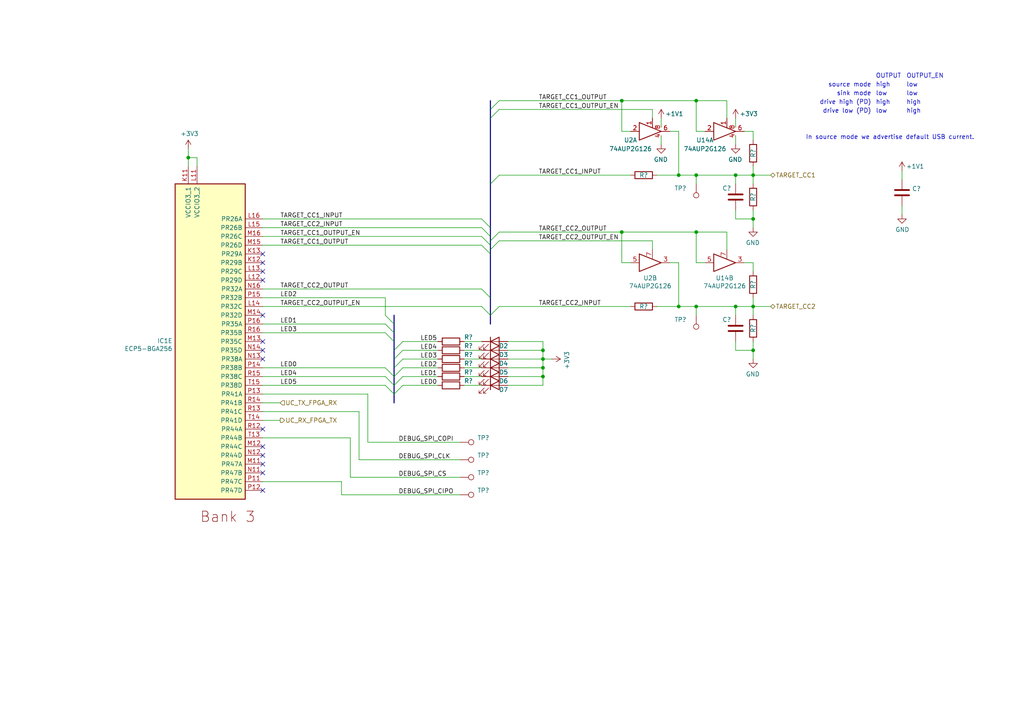
<source format=kicad_sch>
(kicad_sch (version 20211123) (generator eeschema)
  (paper "A4")
  (title_block (title "LUNA: Right Side I/O") (date "2021-03-10") (rev "r0") (company "Copyright 2019-2021 Great Scott Gadgets") (comment 1 "Katherine J. Temkin") (comment 3 "Licensed under the CERN-OHL-P v2"))
  (lib_symbols
    (symbol "Connector:TestPoint" (pin_numbers hide) (pin_names (offset 0.762) hide)
      (property "Reference" "TP" (at 0 6.858 0))
      (property "Value" "TestPoint" (at 0 5.08 0))
      (symbol "TestPoint_0_1"
        (circle (center 0 3.302) (radius 0.762))
      )
      (symbol "TestPoint_1_1"
        (pin passive line (at 0 0 90) (length 2.54) (name "1") (number "1"))
      )
    )
    (symbol "Device:C" (pin_numbers hide) (pin_names (offset 0.254))
      (property "Reference" "C" (at 0.635 2.54 0))
      (property "Value" "C" (at 0.635 -2.54 0))
      (symbol "C_0_1"
        (polyline (pts (xy -2.032 -0.762) (xy 2.032 -0.762)) (stroke (width 0.508)))
        (polyline (pts (xy -2.032 0.762) (xy 2.032 0.762)) (stroke (width 0.508)))
      )
      (symbol "C_1_1"
        (pin passive line (at 0 3.81 270) (length 2.794) (name "~") (number "1"))
        (pin passive line (at 0 -3.81 90) (length 2.794) (name "~") (number "2"))
      )
    )
    (symbol "Device:LED" (pin_numbers hide) (pin_names (offset 1.016) hide)
      (property "Reference" "D" (at 0 2.54 0))
      (property "Value" "LED" (at 0 -2.54 0))
      (symbol "LED_0_1"
        (polyline (pts (xy -1.27 -1.27) (xy -1.27 1.27)) (stroke (width 0.254)))
        (polyline (pts (xy -1.27 0) (xy 1.27 0)))
        (polyline (pts (xy 1.27 -1.27) (xy 1.27 1.27) (xy -1.27 0) (xy 1.27 -1.27)) (stroke (width 0.254)))
        (polyline (pts (xy -3.048 -0.762) (xy -4.572 -2.286) (xy -3.81 -2.286) (xy -4.572 -2.286) (xy -4.572 -1.524)))
        (polyline (pts (xy -1.778 -0.762) (xy -3.302 -2.286) (xy -2.54 -2.286) (xy -3.302 -2.286) (xy -3.302 -1.524)))
      )
      (symbol "LED_1_1"
        (pin passive line (at -3.81 0 0) (length 2.54) (name "K") (number "1"))
        (pin passive line (at 3.81 0 180) (length 2.54) (name "A") (number "2"))
      )
    )
    (symbol "Device:R" (pin_numbers hide) (pin_names (offset 0))
      (property "Reference" "R" (at 2.032 0 90))
      (property "Value" "R" (at 0 0 90))
      (symbol "R_0_1"
        (rectangle (start -1.016 -2.54) (end 1.016 2.54) (stroke (width 0.254)))
      )
      (symbol "R_1_1"
        (pin passive line (at 0 3.81 270) (length 1.27) (name "~") (number "1"))
        (pin passive line (at 0 -3.81 90) (length 1.27) (name "~") (number "2"))
      )
    )
    (symbol "fpgas_and_processors:ECP5-BGA256" (pin_names (offset 0.762))
      (property "Reference" "IC" (at -2.54 1.27 0))
      (property "Value" "ECP5-BGA256" (at 10.16 1.27 0))
      (symbol "ECP5-BGA256_1_0"
        (rectangle (start 5.08 0) (end 33.02 -71.12) (stroke (width 0.3048)) (fill (type background)))
      )
      (symbol "ECP5-BGA256_1_1"
        (text "FPGA Supplies" (at 19.05 -76.2 0) (effects (font (size 2.9972 2.9972))))
        (pin power_in line (at 38.1 -2.54 180) (length 5.08) (name "GND_1") (number "A1"))
        (pin power_in line (at 38.1 -5.08 180) (length 5.08) (name "GND_2") (number "A16"))
        (pin power_in line (at 38.1 -10.16 180) (length 5.08) (name "GND_4") (number "D15"))
        (pin power_in line (at 38.1 -7.62 180) (length 5.08) (name "GND_3") (number "D2"))
        (pin power_in line (at 38.1 -12.7 180) (length 5.08) (name "GND_5") (number "F8"))
        (pin power_in line (at 38.1 -15.24 180) (length 5.08) (name "GND_6") (number "F9"))
        (pin power_in line (at 38.1 -20.32 180) (length 5.08) (name "GND_8") (number "G10"))
        (pin power_in line (at 0 -66.04 0) (length 5.08) (name "VCCAUX_1") (number "G11"))
        (pin power_in line (at 0 -2.54 0) (length 5.08) (name "VCC_1") (number "G6"))
        (pin power_in line (at 0 -5.08 0) (length 5.08) (name "VCC_2") (number "G7"))
        (pin power_in line (at 38.1 -17.78 180) (length 5.08) (name "GND_7") (number "G8"))
        (pin power_in line (at 0 -7.62 0) (length 5.08) (name "VCC_3") (number "G9"))
        (pin power_in line (at 38.1 -22.86 180) (length 5.08) (name "GND_9") (number "H1"))
        (pin power_in line (at 38.1 -30.48 180) (length 5.08) (name "GND_12") (number "H10"))
        (pin power_in line (at 38.1 -33.02 180) (length 5.08) (name "GND_13") (number "H16"))
        (pin power_in line (at 38.1 -25.4 180) (length 5.08) (name "GND_10") (number "H8"))
        (pin power_in line (at 38.1 -27.94 180) (length 5.08) (name "GND_11") (number "H9"))
        (pin power_in line (at 38.1 -40.64 180) (length 5.08) (name "GND_16") (number "J10"))
        (pin power_in line (at 38.1 -35.56 180) (length 5.08) (name "GND_14") (number "J8"))
        (pin power_in line (at 38.1 -38.1 180) (length 5.08) (name "GND_15") (number "J9"))
        (pin power_in line (at 38.1 -53.34 180) (length 5.08) (name "GND_21") (number "K10"))
        (pin power_in line (at 38.1 -43.18 180) (length 5.08) (name "GND_17") (number "K6"))
        (pin power_in line (at 38.1 -45.72 180) (length 5.08) (name "GND_18") (number "K7"))
        (pin power_in line (at 38.1 -48.26 180) (length 5.08) (name "GND_19") (number "K8"))
        (pin power_in line (at 38.1 -50.8 180) (length 5.08) (name "GND_20") (number "K9"))
        (pin power_in line (at 0 -15.24 0) (length 5.08) (name "VCC_6") (number "L10"))
        (pin power_in line (at 0 -68.58 0) (length 5.08) (name "VCCAUX_2") (number "L7"))
        (pin power_in line (at 0 -10.16 0) (length 5.08) (name "VCC_4") (number "L8"))
        (pin power_in line (at 0 -12.7 0) (length 5.08) (name "VCC_5") (number "L9"))
        (pin power_in line (at 38.1 -58.42 180) (length 5.08) (name "GND_23") (number "N15"))
        (pin power_in line (at 38.1 -55.88 180) (length 5.08) (name "GND_22") (number "N2"))
        (pin power_in line (at 38.1 -60.96 180) (length 5.08) (name "GND_24") (number "T1"))
        (pin power_in line (at 38.1 -66.04 180) (length 5.08) (name "GND_26") (number "T12"))
        (pin power_in line (at 38.1 -68.58 180) (length 5.08) (name "GND_27") (number "T16"))
        (pin power_in line (at 38.1 -63.5 180) (length 5.08) (name "GND_25") (number "T5"))
      )
      (symbol "ECP5-BGA256_2_1"
        (rectangle (start 0 0) (end 19.05 -74.93) (stroke (width 0.3048)) (fill (type background)))
        (text "Bank 0" (at 10.16 -78.74 0) (effects (font (size 2.9972 2.9972))))
        (pin bidirectional line (at 24.13 -11.43 180) (length 5.08) (name "PT4A") (number "A2"))
        (pin bidirectional line (at 24.13 -16.51 180) (length 5.08) (name "PT6A") (number "A3"))
        (pin bidirectional line (at 24.13 -19.05 180) (length 5.08) (name "PT6B") (number "A4"))
        (pin bidirectional line (at 24.13 -43.18 180) (length 5.08) (name "PT18A") (number "A5"))
        (pin bidirectional line (at 24.13 -45.72 180) (length 5.08) (name "PT18B") (number "A6"))
        (pin bidirectional line (at 24.13 -68.58 180) (length 5.08) (name "PT29A") (number "A7"))
        (pin bidirectional line (at 24.13 -71.12 180) (length 5.08) (name "PT29B") (number "A8"))
        (pin bidirectional line (at 24.13 -13.97 180) (length 5.08) (name "PT4B") (number "B3"))
        (pin bidirectional line (at 24.13 -29.21 180) (length 5.08) (name "PT11B") (number "B4"))
        (pin bidirectional line (at 24.13 -39.37 180) (length 5.08) (name "PT15B") (number "B5"))
        (pin bidirectional line (at 24.13 -55.88 180) (length 5.08) (name "PT22B") (number "B6"))
        (pin bidirectional line (at 24.13 -66.04 180) (length 5.08) (name "PT27B") (number "B7"))
        (pin bidirectional line (at 24.13 -26.67 180) (length 5.08) (name "PT11A") (number "C4"))
        (pin bidirectional line (at 24.13 -36.83 180) (length 5.08) (name "PT15A") (number "C5"))
        (pin bidirectional line (at 24.13 -53.34 180) (length 5.08) (name "PT22A") (number "C6"))
        (pin bidirectional line (at 24.13 -63.5 180) (length 5.08) (name "PT27A") (number "C7"))
        (pin bidirectional line (at 24.13 -24.13 180) (length 5.08) (name "PT9B") (number "D4"))
        (pin bidirectional line (at 24.13 -34.29 180) (length 5.08) (name "PT13B") (number "D5"))
        (pin bidirectional line (at 24.13 -50.8 180) (length 5.08) (name "PT20B") (number "D6"))
        (pin bidirectional line (at 24.13 -60.96 180) (length 5.08) (name "PT24B") (number "D7"))
        (pin bidirectional line (at 24.13 -21.59 180) (length 5.08) (name "PT9A") (number "E4"))
        (pin bidirectional line (at 24.13 -31.75 180) (length 5.08) (name "PT13A") (number "E5"))
        (pin bidirectional line (at 24.13 -48.26 180) (length 5.08) (name "PT20A") (number "E6"))
        (pin bidirectional line (at 24.13 -58.42 180) (length 5.08) (name "PT24A") (number "E7"))
        (pin power_in line (at 7.62 5.08 270) (length 5.08) (name "VCCIO0_1") (number "F6"))
        (pin power_in line (at 5.08 5.08 270) (length 5.08) (name "VCCIO0_2") (number "F7"))
      )
      (symbol "ECP5-BGA256_3_0"
        (rectangle (start 0 0) (end 21.59 -93.98) (stroke (width 0.3048)) (fill (type background)))
      )
      (symbol "ECP5-BGA256_3_1"
        (text "Bank 1" (at 8.89 -96.52 0) (effects (font (size 2.9972 2.9972))))
        (pin bidirectional line (at 26.67 -34.29 180) (length 5.08) (name "PT42B") (number "A10"))
        (pin bidirectional line (at 26.67 -57.15 180) (length 5.08) (name "PT53A") (number "A11"))
        (pin bidirectional line (at 26.67 -59.69 180) (length 5.08) (name "PT53B") (number "A12"))
        (pin bidirectional line (at 26.67 -82.55 180) (length 5.08) (name "PT65A") (number "A13"))
        (pin bidirectional line (at 26.67 -85.09 180) (length 5.08) (name "PT65B") (number "A14"))
        (pin bidirectional line (at 26.67 -90.17 180) (length 5.08) (name "PT67B") (number "A15"))
        (pin bidirectional line (at 26.67 -31.75 180) (length 5.08) (name "PT42A") (number "A9"))
        (pin bidirectional line (at 26.67 -36.83 180) (length 5.08) (name "PT44A") (number "B10"))
        (pin bidirectional line (at 26.67 -46.99 180) (length 5.08) (name "PT49A") (number "B11"))
        (pin bidirectional line (at 26.67 -62.23 180) (length 5.08) (name "PT56A") (number "B12"))
        (pin bidirectional line (at 26.67 -72.39 180) (length 5.08) (name "PT60A") (number "B13"))
        (pin bidirectional line (at 26.67 -87.63 180) (length 5.08) (name "PT67A") (number "B14"))
        (pin bidirectional line (at 26.67 -19.05 180) (length 5.08) (name "PT35B") (number "B8"))
        (pin bidirectional line (at 26.67 -21.59 180) (length 5.08) (name "PT38A") (number "B9"))
        (pin bidirectional line (at 26.67 -39.37 180) (length 5.08) (name "PT44B") (number "C10"))
        (pin bidirectional line (at 26.67 -49.53 180) (length 5.08) (name "PT49B") (number "C11"))
        (pin bidirectional line (at 26.67 -64.77 180) (length 5.08) (name "PT56B") (number "C12"))
        (pin bidirectional line (at 26.67 -74.93 180) (length 5.08) (name "PT60B") (number "C13"))
        (pin bidirectional line (at 26.67 -16.51 180) (length 5.08) (name "PT35A") (number "C8"))
        (pin bidirectional line (at 26.67 -24.13 180) (length 5.08) (name "PT38B") (number "C9"))
        (pin bidirectional line (at 26.67 -41.91 180) (length 5.08) (name "PT47A") (number "D10"))
        (pin bidirectional line (at 26.67 -52.07 180) (length 5.08) (name "PT51A") (number "D11"))
        (pin bidirectional line (at 26.67 -67.31 180) (length 5.08) (name "PT58A") (number "D12"))
        (pin bidirectional line (at 26.67 -77.47 180) (length 5.08) (name "PT62A") (number "D13"))
        (pin bidirectional line (at 26.67 -13.97 180) (length 5.08) (name "PT33B") (number "D8"))
        (pin bidirectional line (at 26.67 -26.67 180) (length 5.08) (name "PT40A") (number "D9"))
        (pin bidirectional line (at 26.67 -44.45 180) (length 5.08) (name "PT47B") (number "E10"))
        (pin bidirectional line (at 26.67 -54.61 180) (length 5.08) (name "PT51B") (number "E11"))
        (pin bidirectional line (at 26.67 -69.85 180) (length 5.08) (name "PT58B") (number "E12"))
        (pin bidirectional line (at 26.67 -80.01 180) (length 5.08) (name "PT62B") (number "E13"))
        (pin bidirectional line (at 26.67 -11.43 180) (length 5.08) (name "PT33A") (number "E8"))
        (pin bidirectional line (at 26.67 -29.21 180) (length 5.08) (name "PT40B") (number "E9"))
        (pin power_in line (at 6.35 5.08 270) (length 5.08) (name "VCCIO1_1") (number "F10"))
        (pin power_in line (at 3.81 5.08 270) (length 5.08) (name "VCCIO1_2") (number "F11"))
      )
      (symbol "ECP5-BGA256_4_1"
        (rectangle (start 0 0) (end 19.05 -93.98) (stroke (width 0.3048)) (fill (type background)))
        (text "Bank 2" (at 10.16 -97.79 0) (effects (font (size 2.9972 2.9972))))
        (pin bidirectional line (at 24.13 -13.97 180) (length 5.08) (name "PR2B") (number "B15"))
        (pin bidirectional line (at 24.13 -11.43 180) (length 5.08) (name "PR2A") (number "B16"))
        (pin bidirectional line (at 24.13 -16.51 180) (length 5.08) (name "PR2C") (number "C14"))
        (pin bidirectional line (at 24.13 -24.13 180) (length 5.08) (name "PR5B") (number "C15"))
        (pin bidirectional line (at 24.13 -21.59 180) (length 5.08) (name "PR5A") (number "C16"))
        (pin bidirectional line (at 24.13 -19.05 180) (length 5.08) (name "PR2D") (number "D14"))
        (pin bidirectional line (at 24.13 -31.75 180) (length 5.08) (name "PR8A") (number "D16"))
        (pin bidirectional line (at 24.13 -26.67 180) (length 5.08) (name "PR5C") (number "E14"))
        (pin bidirectional line (at 24.13 -34.29 180) (length 5.08) (name "PR8B") (number "E15"))
        (pin bidirectional line (at 24.13 -49.53 180) (length 5.08) (name "PR11D") (number "E16"))
        (pin bidirectional line (at 24.13 -39.37 180) (length 5.08) (name "PR8D") (number "F12"))
        (pin bidirectional line (at 24.13 -36.83 180) (length 5.08) (name "PR8C") (number "F13"))
        (pin bidirectional line (at 24.13 -29.21 180) (length 5.08) (name "PR5D") (number "F14"))
        (pin bidirectional line (at 24.13 -46.99 180) (length 5.08) (name "PR11C") (number "F15"))
        (pin bidirectional line (at 24.13 -52.07 180) (length 5.08) (name "PR14A") (number "F16"))
        (pin bidirectional line (at 24.13 -41.91 180) (length 5.08) (name "PR11A") (number "G12"))
        (pin bidirectional line (at 24.13 -44.45 180) (length 5.08) (name "PR11B") (number "G13"))
        (pin bidirectional line (at 24.13 -57.15 180) (length 5.08) (name "PR14C") (number "G14"))
        (pin bidirectional line (at 24.13 -54.61 180) (length 5.08) (name "PR14B") (number "G15"))
        (pin bidirectional line (at 24.13 -72.39 180) (length 5.08) (name "PR20A") (number "G16"))
        (pin power_in line (at 3.81 5.08 270) (length 5.08) (name "VCCIO2_1") (number "H11"))
        (pin bidirectional line (at 24.13 -62.23 180) (length 5.08) (name "PR17A") (number "H12"))
        (pin bidirectional line (at 24.13 -64.77 180) (length 5.08) (name "PR17B") (number "H13"))
        (pin bidirectional line (at 24.13 -59.69 180) (length 5.08) (name "PR14D") (number "H14"))
        (pin bidirectional line (at 24.13 -74.93 180) (length 5.08) (name "PR20B") (number "H15"))
        (pin power_in line (at 6.35 5.08 270) (length 5.08) (name "VCCIO2_2") (number "J11"))
        (pin bidirectional line (at 24.13 -69.85 180) (length 5.08) (name "PR17D") (number "J12"))
        (pin bidirectional line (at 24.13 -67.31 180) (length 5.08) (name "PR17C") (number "J13"))
        (pin bidirectional line (at 24.13 -77.47 180) (length 5.08) (name "PR20C") (number "J14"))
        (pin bidirectional line (at 24.13 -85.09 180) (length 5.08) (name "PR23B") (number "J15"))
        (pin bidirectional line (at 24.13 -82.55 180) (length 5.08) (name "PR23A") (number "J16"))
        (pin bidirectional line (at 24.13 -80.01 180) (length 5.08) (name "PR20D") (number "K14"))
        (pin bidirectional line (at 24.13 -90.17 180) (length 5.08) (name "PR23D") (number "K15"))
        (pin bidirectional line (at 24.13 -87.63 180) (length 5.08) (name "PR23C") (number "K16"))
      )
      (symbol "ECP5-BGA256_5_0"
        (rectangle (start 0 0) (end 20.32 -91.44) (stroke (width 0.3048)) (fill (type background)))
      )
      (symbol "ECP5-BGA256_5_1"
        (text "Bank 3" (at 15.24 -96.52 0) (effects (font (size 2.9972 2.9972))))
        (pin power_in line (at 3.81 5.08 270) (length 5.08) (name "VCCIO3_1") (number "K11"))
        (pin bidirectional line (at 25.4 -22.86 180) (length 5.08) (name "PR29B") (number "K12"))
        (pin bidirectional line (at 25.4 -20.32 180) (length 5.08) (name "PR29A") (number "K13"))
        (pin power_in line (at 6.35 5.08 270) (length 5.08) (name "VCCIO3_2") (number "L11"))
        (pin bidirectional line (at 25.4 -27.94 180) (length 5.08) (name "PR29D") (number "L12"))
        (pin bidirectional line (at 25.4 -25.4 180) (length 5.08) (name "PR29C") (number "L13"))
        (pin bidirectional line (at 25.4 -35.56 180) (length 5.08) (name "PR32C") (number "L14"))
        (pin bidirectional line (at 25.4 -12.7 180) (length 5.08) (name "PR26B") (number "L15"))
        (pin bidirectional line (at 25.4 -10.16 180) (length 5.08) (name "PR26A") (number "L16"))
        (pin bidirectional line (at 25.4 -81.28 180) (length 5.08) (name "PR47A") (number "M11"))
        (pin bidirectional line (at 25.4 -76.2 180) (length 5.08) (name "PR44C") (number "M12"))
        (pin bidirectional line (at 25.4 -45.72 180) (length 5.08) (name "PR35C") (number "M13"))
        (pin bidirectional line (at 25.4 -38.1 180) (length 5.08) (name "PR32D") (number "M14"))
        (pin bidirectional line (at 25.4 -17.78 180) (length 5.08) (name "PR26D") (number "M15"))
        (pin bidirectional line (at 25.4 -15.24 180) (length 5.08) (name "PR26C") (number "M16"))
        (pin bidirectional line (at 25.4 -83.82 180) (length 5.08) (name "PR47B") (number "N11"))
        (pin bidirectional line (at 25.4 -78.74 180) (length 5.08) (name "PR44D") (number "N12"))
        (pin bidirectional line (at 25.4 -50.8 180) (length 5.08) (name "PR38A") (number "N13"))
        (pin bidirectional line (at 25.4 -48.26 180) (length 5.08) (name "PR35D") (number "N14"))
        (pin bidirectional line (at 25.4 -30.48 180) (length 5.08) (name "PR32A") (number "N16"))
        (pin bidirectional line (at 25.4 -86.36 180) (length 5.08) (name "PR47C") (number "P11"))
        (pin bidirectional line (at 25.4 -88.9 180) (length 5.08) (name "PR47D") (number "P12"))
        (pin bidirectional line (at 25.4 -60.96 180) (length 5.08) (name "PR41A") (number "P13"))
        (pin bidirectional line (at 25.4 -53.34 180) (length 5.08) (name "PR38B") (number "P14"))
        (pin bidirectional line (at 25.4 -33.02 180) (length 5.08) (name "PR32B") (number "P15"))
        (pin bidirectional line (at 25.4 -40.64 180) (length 5.08) (name "PR35A") (number "P16"))
        (pin bidirectional line (at 25.4 -71.12 180) (length 5.08) (name "PR44A") (number "R12"))
        (pin bidirectional line (at 25.4 -66.04 180) (length 5.08) (name "PR41C") (number "R13"))
        (pin bidirectional line (at 25.4 -63.5 180) (length 5.08) (name "PR41B") (number "R14"))
        (pin bidirectional line (at 25.4 -55.88 180) (length 5.08) (name "PR38C") (number "R15"))
        (pin bidirectional line (at 25.4 -43.18 180) (length 5.08) (name "PR35B") (number "R16"))
        (pin bidirectional line (at 25.4 -73.66 180) (length 5.08) (name "PR44B") (number "T13"))
        (pin bidirectional line (at 25.4 -68.58 180) (length 5.08) (name "PR41D") (number "T14"))
        (pin bidirectional line (at 25.4 -58.42 180) (length 5.08) (name "PR38D") (number "T15"))
      )
      (symbol "ECP5-BGA256_6_1"
        (rectangle (start 0 0) (end 19.05 -106.68) (stroke (width 0.3048)) (fill (type background)))
        (text "Bank 6" (at 11.43 -110.49 0) (effects (font (size 2.9972 2.9972))))
        (pin power_in line (at 3.81 5.08 270) (length 5.08) (name "VCCIO6_1") (number "J6"))
        (pin power_in line (at 6.35 5.08 270) (length 5.08) (name "VCCIO6_2") (number "J7"))
        (pin bidirectional line (at 24.13 -25.4 180) (length 5.08) (name "PL29A") (number "K4"))
        (pin bidirectional line (at 24.13 -27.94 180) (length 5.08) (name "PL29B") (number "K5"))
        (pin bidirectional line (at 24.13 -13.97 180) (length 5.08) (name "PL26A") (number "L1"))
        (pin bidirectional line (at 24.13 -16.51 180) (length 5.08) (name "PL26B") (number "L2"))
        (pin bidirectional line (at 24.13 -41.91 180) (length 5.08) (name "PL32C") (number "L3"))
        (pin bidirectional line (at 24.13 -30.48 180) (length 5.08) (name "PL29C") (number "L4"))
        (pin bidirectional line (at 24.13 -33.02 180) (length 5.08) (name "PL29D") (number "L5"))
        (pin bidirectional line (at 24.13 -19.05 180) (length 5.08) (name "PL26C") (number "M1"))
        (pin bidirectional line (at 24.13 -21.59 180) (length 5.08) (name "PL26D") (number "M2"))
        (pin bidirectional line (at 24.13 -44.45 180) (length 5.08) (name "PL32D") (number "M3"))
        (pin bidirectional line (at 24.13 -53.34 180) (length 5.08) (name "PL35C") (number "M4"))
        (pin bidirectional line (at 24.13 -78.74 180) (length 5.08) (name "PL44C") (number "M5"))
        (pin bidirectional line (at 24.13 -96.52 180) (length 5.08) (name "PL47A") (number "M6"))
        (pin bidirectional line (at 24.13 -36.83 180) (length 5.08) (name "PL32A") (number "N1"))
        (pin bidirectional line (at 24.13 -55.88 180) (length 5.08) (name "PL35D") (number "N3"))
        (pin bidirectional line (at 24.13 -60.96 180) (length 5.08) (name "PL38A") (number "N4"))
        (pin bidirectional line (at 24.13 -81.28 180) (length 5.08) (name "PL44D") (number "N5"))
        (pin bidirectional line (at 24.13 -99.06 180) (length 5.08) (name "PL47B") (number "N6"))
        (pin bidirectional line (at 24.13 -48.26 180) (length 5.08) (name "PL35A") (number "P1"))
        (pin bidirectional line (at 24.13 -39.37 180) (length 5.08) (name "PL32B") (number "P2"))
        (pin bidirectional line (at 24.13 -63.5 180) (length 5.08) (name "PL38B") (number "P3"))
        (pin bidirectional line (at 24.13 -85.09 180) (length 5.08) (name "PL41A") (number "P4"))
        (pin bidirectional line (at 24.13 -101.6 180) (length 5.08) (name "PL47D") (number "P5"))
        (pin bidirectional line (at 24.13 -104.14 180) (length 5.08) (name "PL47C") (number "P6"))
        (pin bidirectional line (at 24.13 -50.8 180) (length 5.08) (name "PL35B") (number "R1"))
        (pin bidirectional line (at 24.13 -66.04 180) (length 5.08) (name "PL38C") (number "R2"))
        (pin bidirectional line (at 24.13 -87.63 180) (length 5.08) (name "PL41B") (number "R3"))
        (pin bidirectional line (at 24.13 -90.17 180) (length 5.08) (name "PL41C") (number "R4"))
        (pin bidirectional line (at 24.13 -73.66 180) (length 5.08) (name "PL44A") (number "R5"))
        (pin bidirectional line (at 24.13 -68.58 180) (length 5.08) (name "PL38D") (number "T2"))
        (pin bidirectional line (at 24.13 -92.71 180) (length 5.08) (name "PL41D") (number "T3"))
        (pin bidirectional line (at 24.13 -76.2 180) (length 5.08) (name "PL44B") (number "T4"))
      )
      (symbol "ECP5-BGA256_7_1"
        (rectangle (start 0 0) (end 20.32 -109.22) (stroke (width 0.3048)) (fill (type background)))
        (text "Bank 7" (at 12.7 -113.03 0) (effects (font (size 2.9972 2.9972))))
        (pin bidirectional line (at 25.4 -10.16 180) (length 5.08) (name "PL2A") (number "B1"))
        (pin bidirectional line (at 25.4 -12.7 180) (length 5.08) (name "PL2B") (number "B2"))
        (pin bidirectional line (at 25.4 -22.86 180) (length 5.08) (name "PL5A") (number "C1"))
        (pin bidirectional line (at 25.4 -25.4 180) (length 5.08) (name "PL5B") (number "C2"))
        (pin bidirectional line (at 25.4 -15.24 180) (length 5.08) (name "PL2C") (number "C3"))
        (pin bidirectional line (at 25.4 -35.56 180) (length 5.08) (name "PL8A") (number "D1"))
        (pin bidirectional line (at 25.4 -17.78 180) (length 5.08) (name "PL2D") (number "D3"))
        (pin bidirectional line (at 25.4 -54.61 180) (length 5.08) (name "PL11D") (number "E1"))
        (pin bidirectional line (at 25.4 -38.1 180) (length 5.08) (name "PL8B") (number "E2"))
        (pin bidirectional line (at 25.4 -27.94 180) (length 5.08) (name "PL5C") (number "E3"))
        (pin bidirectional line (at 25.4 -59.69 180) (length 5.08) (name "PL14A") (number "F1"))
        (pin bidirectional line (at 25.4 -52.07 180) (length 5.08) (name "PL11C") (number "F2"))
        (pin bidirectional line (at 25.4 -30.48 180) (length 5.08) (name "PL5D") (number "F3"))
        (pin bidirectional line (at 25.4 -40.64 180) (length 5.08) (name "PL8C") (number "F4"))
        (pin bidirectional line (at 25.4 -43.18 180) (length 5.08) (name "PL8D") (number "F5"))
        (pin bidirectional line (at 25.4 -82.55 180) (length 5.08) (name "PL20A") (number "G1"))
        (pin bidirectional line (at 25.4 -62.23 180) (length 5.08) (name "PL14B") (number "G2"))
        (pin bidirectional line (at 25.4 -64.77 180) (length 5.08) (name "PL14C") (number "G3"))
        (pin bidirectional line (at 25.4 -49.53 180) (length 5.08) (name "PL11B") (number "G4"))
        (pin bidirectional line (at 25.4 -46.99 180) (length 5.08) (name "PL11A") (number "G5"))
        (pin bidirectional line (at 25.4 -85.09 180) (length 5.08) (name "PL20B") (number "H2"))
        (pin bidirectional line (at 25.4 -67.31 180) (length 5.08) (name "PL14D") (number "H3"))
        (pin bidirectional line (at 25.4 -73.66 180) (length 5.08) (name "PL17B") (number "H4"))
        (pin bidirectional line (at 25.4 -71.12 180) (length 5.08) (name "PL17A") (number "H5"))
        (pin power_in line (at 7.62 5.08 270) (length 5.08) (name "VCCIO7_1") (number "H6"))
        (pin power_in line (at 5.08 5.08 270) (length 5.08) (name "VCCIO7_2") (number "H7"))
        (pin bidirectional line (at 25.4 -95.25 180) (length 5.08) (name "PL23A") (number "J1"))
        (pin bidirectional line (at 25.4 -97.79 180) (length 5.08) (name "PL23B") (number "J2"))
        (pin bidirectional line (at 25.4 -87.63 180) (length 5.08) (name "PL20C") (number "J3"))
        (pin bidirectional line (at 25.4 -76.2 180) (length 5.08) (name "PL17C") (number "J4"))
        (pin bidirectional line (at 25.4 -78.74 180) (length 5.08) (name "PL17D") (number "J5"))
        (pin bidirectional line (at 25.4 -100.33 180) (length 5.08) (name "PL23C") (number "K1"))
        (pin bidirectional line (at 25.4 -102.87 180) (length 5.08) (name "PL23D") (number "K2"))
        (pin bidirectional line (at 25.4 -90.17 180) (length 5.08) (name "PL20D") (number "K3"))
      )
      (symbol "ECP5-BGA256_8_0"
        (text "(Config)" (at 13.97 -97.79 0) (effects (font (size 2.9972 2.9972))))
        (text "Bank 8" (at 13.97 -92.71 0) (effects (font (size 2.9972 2.9972))))
      )
      (symbol "ECP5-BGA256_8_1"
        (rectangle (start 0 0) (end 21.59 -88.9) (stroke (width 0.3048)) (fill (type background)))
        (pin power_in line (at 5.08 5.08 270) (length 5.08) (name "VCCIO8") (number "L6"))
        (pin output line (at 26.67 -57.15 180) (length 5.08) (name "TDO") (number "M10"))
        (pin bidirectional line (at 26.67 -24.13 180) (length 5.08) (name "D2/PB9B") (number "M7"))
        (pin bidirectional line (at 26.67 -39.37 180) (length 5.08) (name "DOUT/CSON/PB15B") (number "M8"))
        (pin bidirectional line (at 26.67 -41.91 180) (length 5.08) (name "WRITEEN/PB18A") (number "M9"))
        (pin input line (at 26.67 -68.58 180) (length 5.08) (name "CFG_0") (number "N10"))
        (pin bidirectional line (at 26.67 -21.59 180) (length 5.08) (name "D3/PB9A") (number "N7"))
        (pin bidirectional line (at 26.67 -36.83 180) (length 5.08) (name "HOLDN/DI/PB15A") (number "N8"))
        (pin bidirectional line (at 26.67 -63.5 180) (length 5.08) (name "MCLK/SCLK/CCLK") (number "N9"))
        (pin input line (at 26.67 -71.12 180) (length 5.08) (name "CFG_1") (number "P10"))
        (pin bidirectional line (at 26.67 -19.05 180) (length 5.08) (name "D4/COPI2/PB6B") (number "P7"))
        (pin bidirectional line (at 26.67 -34.29 180) (length 5.08) (name "CS1N/PB13B") (number "P8"))
        (pin bidirectional line (at 26.67 -80.01 180) (length 5.08) (name "DONE") (number "P9"))
        (pin input line (at 26.67 -73.66 180) (length 5.08) (name "CFG_2") (number "R10"))
        (pin input line (at 26.67 -54.61 180) (length 5.08) (name "TDI") (number "R11"))
        (pin bidirectional line (at 26.67 -13.97 180) (length 5.08) (name "D6/PB4B") (number "R6"))
        (pin bidirectional line (at 26.67 -16.51 180) (length 5.08) (name "D5/CIPO2/PB6A") (number "R7"))
        (pin bidirectional line (at 26.67 -31.75 180) (length 5.08) (name "SN/CSN/PB13A") (number "R8"))
        (pin bidirectional line (at 26.67 -85.09 180) (length 5.08) (name "PROGRAMN") (number "R9"))
        (pin input line (at 26.67 -52.07 180) (length 5.08) (name "TCK") (number "T10"))
        (pin input line (at 26.67 -49.53 180) (length 5.08) (name "TMS") (number "T11"))
        (pin bidirectional line (at 26.67 -11.43 180) (length 5.08) (name "D7/PB4A") (number "T6"))
        (pin bidirectional line (at 26.67 -26.67 180) (length 5.08) (name "D1/COPI/PB11A") (number "T7"))
        (pin bidirectional line (at 26.67 -29.21 180) (length 5.08) (name "D0/COPI/PB11B") (number "T8"))
        (pin bidirectional line (at 26.67 -82.55 180) (length 5.08) (name "INITN") (number "T9"))
      )
    )
    (symbol "power:+1V1" (power) (pin_names (offset 0))
      (property "Value" "+1V1" (at 0 3.556 0))
      (symbol "+1V1_0_1"
        (polyline (pts (xy -0.762 1.27) (xy 0 2.54)))
        (polyline (pts (xy 0 0) (xy 0 2.54)))
        (polyline (pts (xy 0 2.54) (xy 0.762 1.27)))
      )
      (symbol "+1V1_1_1"
        (pin power_in line (at 0 0 90) (length 0) hide (name "+1V1") (number "1"))
      )
    )
    (symbol "power:+3V3" (power) (pin_names (offset 0))
      (property "Value" "+3V3" (at 0 3.556 0))
      (symbol "+3V3_0_1"
        (polyline (pts (xy -0.762 1.27) (xy 0 2.54)))
        (polyline (pts (xy 0 0) (xy 0 2.54)))
        (polyline (pts (xy 0 2.54) (xy 0.762 1.27)))
      )
      (symbol "+3V3_1_1"
        (pin power_in line (at 0 0 90) (length 0) hide (name "+3V3") (number "1"))
      )
    )
    (symbol "power:GND" (power) (pin_names (offset 0))
      (property "Value" "GND" (at 0 -3.81 0))
      (symbol "GND_0_1"
        (polyline (pts (xy 0 0) (xy 0 -1.27) (xy 1.27 -1.27) (xy 0 -2.54) (xy -1.27 -1.27) (xy 0 -1.27)))
      )
      (symbol "GND_1_1"
        (pin power_in line (at 0 0 270) (length 0) hide (name "GND") (number "1"))
      )
    )
    (symbol "support_hardware:74AUP2G126" (pin_names (offset 1.016))
      (property "Reference" "U" (at -2.54 3.81 0))
      (property "Value" "74AUP2G126" (at 0 -3.81 0))
      (symbol "74AUP2G126_0_1"
        (polyline (pts (xy -3.81 2.54) (xy -3.81 -2.54) (xy 2.54 0) (xy -3.81 2.54)) (stroke (width 0.254)))
      )
      (symbol "74AUP2G126_1_1"
        (pin input line (at 0 3.81 270) (length 2.667) (name "~") (number "1"))
        (pin input line (at -6.35 0 0) (length 2.54) (name "~") (number "2"))
        (pin power_in line (at 2.54 -1.27 270) (length 0) (name "~") (number "4"))
        (pin tri_state line (at 5.08 0 180) (length 2.54) (name "~") (number "6"))
        (pin power_in line (at 2.54 1.27 270) (length 0) (name "~") (number "8"))
      )
      (symbol "74AUP2G126_2_1"
        (pin tri_state line (at 5.08 0 180) (length 2.54) (name "~") (number "3"))
        (pin input line (at -6.35 0 0) (length 2.54) (name "~") (number "5"))
        (pin input line (at 0 3.81 270) (length 2.667) (name "~") (number "7"))
      )
    )
  )
  (junction (at 201.93 88.9))
  (junction (at 218.44 63.5))
  (junction (at 218.44 50.8))
  (junction (at 157.48 101.6))
  (junction (at 201.93 50.8))
  (junction (at 157.48 109.22))
  (junction (at 218.44 101.6))
  (junction (at 201.93 29.21))
  (junction (at 218.44 88.9))
  (junction (at 213.36 88.9))
  (junction (at 213.36 50.8))
  (junction (at 196.85 88.9))
  (junction (at 180.34 67.31))
  (junction (at 54.61 45.72))
  (junction (at 157.48 106.68))
  (junction (at 157.48 104.14))
  (junction (at 180.34 29.21))
  (junction (at 196.85 50.8))
  (junction (at 201.93 67.31))
  (no_connect (at 76.2 101.6))
  (no_connect (at 76.2 137.16))
  (no_connect (at 76.2 81.28))
  (no_connect (at 76.2 132.08))
  (no_connect (at 76.2 76.2))
  (no_connect (at 76.2 134.62))
  (no_connect (at 76.2 104.14))
  (no_connect (at 76.2 129.54))
  (no_connect (at 76.2 73.66))
  (no_connect (at 76.2 78.74))
  (no_connect (at 76.2 91.44))
  (no_connect (at 76.2 99.06))
  (no_connect (at 76.2 142.24))
  (no_connect (at 76.2 124.46))
  (bus_entry (at 142.24 31.75) (size 2.54 -2.54))
  (bus_entry (at 111.76 91.44) (size 2.54 2.54))
  (bus_entry (at 139.7 66.04) (size 2.54 2.54))
  (bus_entry (at 142.24 34.29) (size 2.54 -2.54))
  (bus_entry (at 116.84 106.68) (size -2.54 2.54))
  (bus_entry (at 139.7 88.9) (size 2.54 2.54))
  (bus_entry (at 116.84 104.14) (size -2.54 2.54))
  (bus_entry (at 111.76 109.22) (size 2.54 2.54))
  (bus_entry (at 139.7 63.5) (size 2.54 2.54))
  (bus_entry (at 116.84 109.22) (size -2.54 2.54))
  (bus_entry (at 111.76 96.52) (size 2.54 2.54))
  (bus_entry (at 142.24 53.34) (size 2.54 -2.54))
  (bus_entry (at 111.76 111.76) (size 2.54 2.54))
  (bus_entry (at 116.84 111.76) (size -2.54 2.54))
  (bus_entry (at 139.7 68.58) (size 2.54 2.54))
  (bus_entry (at 116.84 101.6) (size -2.54 2.54))
  (bus_entry (at 111.76 93.98) (size 2.54 2.54))
  (bus_entry (at 142.24 69.85) (size 2.54 -2.54))
  (bus_entry (at 139.7 83.82) (size 2.54 2.54))
  (bus_entry (at 116.84 99.06) (size -2.54 2.54))
  (bus_entry (at 142.24 91.44) (size 2.54 -2.54))
  (bus_entry (at 139.7 71.12) (size 2.54 2.54))
  (bus_entry (at 111.76 106.68) (size 2.54 2.54))
  (bus_entry (at 142.24 72.39) (size 2.54 -2.54))
  (wire (pts (xy 111.76 86.36) (xy 111.76 91.44)))
  (wire (pts (xy 218.44 50.8) (xy 213.36 50.8)))
  (wire (pts (xy 194.31 76.2) (xy 196.85 76.2)))
  (wire (pts (xy 99.06 143.51) (xy 99.06 139.7)))
  (wire (pts (xy 196.85 88.9) (xy 190.5 88.9)))
  (wire (pts (xy 182.88 88.9) (xy 144.78 88.9)))
  (wire (pts (xy 76.2 127) (xy 101.6 127)))
  (wire (pts (xy 157.48 99.06) (xy 157.48 101.6)))
  (wire (pts (xy 76.2 96.52) (xy 111.76 96.52)))
  (bus (pts (xy 114.3 109.22) (xy 114.3 111.76)))
  (wire (pts (xy 104.14 133.35) (xy 133.35 133.35)))
  (bus (pts (xy 114.3 99.06) (xy 114.3 101.6)))
  (wire (pts (xy 218.44 48.26) (xy 218.44 50.8)))
  (wire (pts (xy 111.76 86.36) (xy 76.2 86.36)))
  (wire (pts (xy 144.78 67.31) (xy 180.34 67.31)))
  (wire (pts (xy 76.2 111.76) (xy 111.76 111.76)))
  (wire (pts (xy 54.61 45.72) (xy 57.15 45.72)))
  (bus (pts (xy 142.24 68.58) (xy 142.24 69.85)))
  (bus (pts (xy 142.24 73.66) (xy 142.24 86.36)))
  (wire (pts (xy 180.34 29.21) (xy 201.93 29.21)))
  (wire (pts (xy 189.23 69.85) (xy 144.78 69.85)))
  (wire (pts (xy 111.76 106.68) (xy 76.2 106.68)))
  (wire (pts (xy 116.84 104.14) (xy 127 104.14)))
  (wire (pts (xy 201.93 67.31) (xy 201.93 76.2)))
  (wire (pts (xy 147.32 101.6) (xy 157.48 101.6)))
  (wire (pts (xy 213.36 39.37) (xy 213.36 41.91)))
  (wire (pts (xy 204.47 38.1) (xy 201.93 38.1)))
  (bus (pts (xy 142.24 29.21) (xy 142.24 31.75)))
  (wire (pts (xy 157.48 104.14) (xy 160.02 104.14)))
  (wire (pts (xy 106.68 128.27) (xy 106.68 114.3)))
  (wire (pts (xy 218.44 63.5) (xy 218.44 66.04)))
  (wire (pts (xy 210.82 67.31) (xy 210.82 72.39)))
  (wire (pts (xy 76.2 109.22) (xy 111.76 109.22)))
  (wire (pts (xy 213.36 88.9) (xy 201.93 88.9)))
  (bus (pts (xy 142.24 34.29) (xy 142.24 53.34)))
  (wire (pts (xy 215.9 76.2) (xy 218.44 76.2)))
  (wire (pts (xy 144.78 50.8) (xy 182.88 50.8)))
  (wire (pts (xy 213.36 88.9) (xy 218.44 88.9)))
  (wire (pts (xy 76.2 68.58) (xy 139.7 68.58)))
  (wire (pts (xy 196.85 76.2) (xy 196.85 88.9)))
  (wire (pts (xy 191.77 34.29) (xy 191.77 36.83)))
  (wire (pts (xy 201.93 50.8) (xy 201.93 53.34)))
  (wire (pts (xy 116.84 99.06) (xy 127 99.06)))
  (wire (pts (xy 201.93 88.9) (xy 196.85 88.9)))
  (bus (pts (xy 114.3 91.44) (xy 114.3 93.98)))
  (wire (pts (xy 213.36 99.06) (xy 213.36 101.6)))
  (wire (pts (xy 201.93 88.9) (xy 201.93 91.44)))
  (wire (pts (xy 218.44 101.6) (xy 218.44 99.06)))
  (bus (pts (xy 142.24 53.34) (xy 142.24 66.04)))
  (wire (pts (xy 189.23 72.39) (xy 189.23 69.85)))
  (bus (pts (xy 142.24 66.04) (xy 142.24 68.58)))
  (wire (pts (xy 218.44 60.96) (xy 218.44 63.5)))
  (wire (pts (xy 196.85 38.1) (xy 196.85 50.8)))
  (wire (pts (xy 54.61 43.18) (xy 54.61 45.72)))
  (wire (pts (xy 213.36 101.6) (xy 218.44 101.6)))
  (wire (pts (xy 104.14 119.38) (xy 104.14 133.35)))
  (wire (pts (xy 101.6 138.43) (xy 101.6 127)))
  (bus (pts (xy 114.3 104.14) (xy 114.3 106.68)))
  (wire (pts (xy 157.48 101.6) (xy 157.48 104.14)))
  (wire (pts (xy 134.62 111.76) (xy 139.7 111.76)))
  (wire (pts (xy 201.93 76.2) (xy 204.47 76.2)))
  (wire (pts (xy 127 101.6) (xy 116.84 101.6)))
  (bus (pts (xy 114.3 93.98) (xy 114.3 96.52)))
  (wire (pts (xy 157.48 104.14) (xy 157.48 106.68)))
  (wire (pts (xy 147.32 104.14) (xy 157.48 104.14)))
  (wire (pts (xy 213.36 36.83) (xy 213.36 34.29)))
  (wire (pts (xy 218.44 53.34) (xy 218.44 50.8)))
  (wire (pts (xy 189.23 31.75) (xy 144.78 31.75)))
  (bus (pts (xy 142.24 31.75) (xy 142.24 34.29)))
  (wire (pts (xy 76.2 114.3) (xy 106.68 114.3)))
  (wire (pts (xy 223.52 88.9) (xy 218.44 88.9)))
  (bus (pts (xy 142.24 91.44) (xy 142.24 93.98)))
  (wire (pts (xy 191.77 39.37) (xy 191.77 41.91)))
  (wire (pts (xy 182.88 38.1) (xy 180.34 38.1)))
  (wire (pts (xy 196.85 50.8) (xy 201.93 50.8)))
  (wire (pts (xy 180.34 67.31) (xy 201.93 67.31)))
  (wire (pts (xy 76.2 139.7) (xy 99.06 139.7)))
  (wire (pts (xy 116.84 109.22) (xy 127 109.22)))
  (wire (pts (xy 182.88 76.2) (xy 180.34 76.2)))
  (wire (pts (xy 261.62 49.53) (xy 261.62 52.07)))
  (wire (pts (xy 147.32 99.06) (xy 157.48 99.06)))
  (wire (pts (xy 76.2 93.98) (xy 111.76 93.98)))
  (bus (pts (xy 114.3 114.3) (xy 114.3 116.84)))
  (wire (pts (xy 147.32 106.68) (xy 157.48 106.68)))
  (bus (pts (xy 142.24 86.36) (xy 142.24 91.44)))
  (wire (pts (xy 133.35 143.51) (xy 99.06 143.51)))
  (bus (pts (xy 142.24 72.39) (xy 142.24 73.66)))
  (wire (pts (xy 81.28 116.84) (xy 76.2 116.84)))
  (wire (pts (xy 201.93 29.21) (xy 210.82 29.21)))
  (bus (pts (xy 142.24 71.12) (xy 142.24 72.39)))
  (wire (pts (xy 213.36 60.96) (xy 213.36 63.5)))
  (wire (pts (xy 218.44 38.1) (xy 218.44 40.64)))
  (wire (pts (xy 213.36 53.34) (xy 213.36 50.8)))
  (bus (pts (xy 142.24 69.85) (xy 142.24 71.12)))
  (wire (pts (xy 194.31 38.1) (xy 196.85 38.1)))
  (wire (pts (xy 134.62 106.68) (xy 139.7 106.68)))
  (wire (pts (xy 139.7 66.04) (xy 76.2 66.04)))
  (wire (pts (xy 218.44 91.44) (xy 218.44 88.9)))
  (wire (pts (xy 134.62 104.14) (xy 139.7 104.14)))
  (wire (pts (xy 139.7 63.5) (xy 76.2 63.5)))
  (wire (pts (xy 57.15 45.72) (xy 57.15 48.26)))
  (bus (pts (xy 114.3 101.6) (xy 114.3 104.14)))
  (wire (pts (xy 106.68 128.27) (xy 133.35 128.27)))
  (wire (pts (xy 190.5 50.8) (xy 196.85 50.8)))
  (wire (pts (xy 218.44 101.6) (xy 218.44 104.14)))
  (bus (pts (xy 114.3 96.52) (xy 114.3 99.06)))
  (wire (pts (xy 215.9 38.1) (xy 218.44 38.1)))
  (wire (pts (xy 201.93 50.8) (xy 213.36 50.8)))
  (wire (pts (xy 127 106.68) (xy 116.84 106.68)))
  (wire (pts (xy 157.48 106.68) (xy 157.48 109.22)))
  (wire (pts (xy 139.7 83.82) (xy 76.2 83.82)))
  (bus (pts (xy 114.3 106.68) (xy 114.3 109.22)))
  (wire (pts (xy 134.62 99.06) (xy 139.7 99.06)))
  (wire (pts (xy 127 111.76) (xy 116.84 111.76)))
  (wire (pts (xy 180.34 38.1) (xy 180.34 29.21)))
  (wire (pts (xy 144.78 29.21) (xy 180.34 29.21)))
  (wire (pts (xy 189.23 34.29) (xy 189.23 31.75)))
  (wire (pts (xy 134.62 101.6) (xy 139.7 101.6)))
  (wire (pts (xy 147.32 109.22) (xy 157.48 109.22)))
  (bus (pts (xy 114.3 111.76) (xy 114.3 114.3)))
  (wire (pts (xy 76.2 121.92) (xy 81.28 121.92)))
  (wire (pts (xy 213.36 91.44) (xy 213.36 88.9)))
  (wire (pts (xy 218.44 76.2) (xy 218.44 78.74)))
  (wire (pts (xy 101.6 138.43) (xy 133.35 138.43)))
  (wire (pts (xy 218.44 63.5) (xy 213.36 63.5)))
  (wire (pts (xy 201.93 38.1) (xy 201.93 29.21)))
  (wire (pts (xy 218.44 88.9) (xy 218.44 86.36)))
  (wire (pts (xy 201.93 67.31) (xy 210.82 67.31)))
  (wire (pts (xy 218.44 50.8) (xy 223.52 50.8)))
  (wire (pts (xy 261.62 59.69) (xy 261.62 62.23)))
  (wire (pts (xy 210.82 29.21) (xy 210.82 34.29)))
  (wire (pts (xy 157.48 109.22) (xy 157.48 111.76)))
  (wire (pts (xy 134.62 109.22) (xy 139.7 109.22)))
  (wire (pts (xy 157.48 111.76) (xy 147.32 111.76)))
  (wire (pts (xy 76.2 119.38) (xy 104.14 119.38)))
  (wire (pts (xy 76.2 71.12) (xy 139.7 71.12)))
  (wire (pts (xy 139.7 88.9) (xy 76.2 88.9)))
  (wire (pts (xy 54.61 48.26) (xy 54.61 45.72)))
  (wire (pts (xy 180.34 76.2) (xy 180.34 67.31)))
  (text "high" (at 254 30.48 0) (effects (font (size 1.27 1.27)) (justify left bottom)))
  (text "OUTPUT" (at 254 22.86 0) (effects (font (size 1.27 1.27)) (justify left bottom)))
  (text "OUTPUT_EN" (at 262.89 22.86 0) (effects (font (size 1.27 1.27)) (justify left bottom)))
  (text "low" (at 254 27.94 0) (effects (font (size 1.27 1.27)) (justify left bottom)))
  (text "low" (at 262.89 27.94 0) (effects (font (size 1.27 1.27)) (justify left bottom)))
  (text "source mode" (at 252.73 25.4 180) (effects (font (size 1.27 1.27)) (justify right bottom)))
  (text "high" (at 262.89 33.02 0) (effects (font (size 1.27 1.27)) (justify left bottom)))
  (text "drive low (PD)" (at 252.73 33.02 180) (effects (font (size 1.27 1.27)) (justify right bottom)))
  (text "drive high (PD)" (at 252.73 30.48 180) (effects (font (size 1.27 1.27)) (justify right bottom)))
  (text "In source mode we advertise default USB current." (at 233.68 40.64 0) (effects (font (size 1.27 1.27)) (justify left bottom)))
  (text "high" (at 262.89 30.48 0) (effects (font (size 1.27 1.27)) (justify left bottom)))
  (text "low" (at 254 33.02 0) (effects (font (size 1.27 1.27)) (justify left bottom)))
  (text "sink mode" (at 252.73 27.94 180) (effects (font (size 1.27 1.27)) (justify right bottom)))
  (text "high" (at 254 25.4 0) (effects (font (size 1.27 1.27)) (justify left bottom)))
  (text "low" (at 262.89 25.4 0) (effects (font (size 1.27 1.27)) (justify left bottom)))
  (label "TARGET_CC2_OUTPUT_EN" (at 156.21 69.85 0))
  (label "TARGET_CC2_OUTPUT" (at 156.21 67.31 0))
  (label "TARGET_CC1_OUTPUT_EN" (at 81.28 68.58 0))
  (label "TARGET_CC1_INPUT" (at 81.28 63.5 0))
  (label "TARGET_CC1_INPUT" (at 156.21 50.8 0))
  (label "LED3" (at 81.28 96.52 0))
  (label "LED4" (at 81.28 109.22 0))
  (label "LED2" (at 121.92 106.68 0))
  (label "LED1" (at 81.28 93.98 0))
  (label "TARGET_CC2_OUTPUT" (at 81.28 83.82 0))
  (label "DEBUG_SPI_COPI" (at 115.57 128.27 0))
  (label "TARGET_CC1_OUTPUT" (at 81.28 71.12 0))
  (label "LED0" (at 121.92 111.76 0))
  (label "DEBUG_SPI_CIPO" (at 115.57 143.51 0))
  (label "LED4" (at 121.92 101.6 0))
  (label "LED5" (at 121.92 99.06 0))
  (label "TARGET_CC2_INPUT" (at 81.28 66.04 0))
  (label "TARGET_CC1_OUTPUT" (at 156.21 29.21 0))
  (label "LED1" (at 121.92 109.22 0))
  (label "DEBUG_SPI_CLK" (at 115.57 133.35 0))
  (label "LED3" (at 121.92 104.14 0))
  (label "TARGET_CC2_OUTPUT_EN" (at 81.28 88.9 0))
  (label "TARGET_CC1_OUTPUT_EN" (at 156.21 31.75 0))
  (label "TARGET_CC2_INPUT" (at 156.21 88.9 0))
  (label "LED5" (at 81.28 111.76 0))
  (label "DEBUG_SPI_CS" (at 115.57 138.43 0))
  (label "LED0" (at 81.28 106.68 0))
  (label "LED2" (at 81.28 86.36 0))
  (hierarchical_label "TARGET_CC2" (shape bidirectional) (at 223.52 88.9 0))
  (hierarchical_label "TARGET_CC1" (shape bidirectional) (at 223.52 50.8 0))
  (hierarchical_label "UC_TX_FPGA_RX" (shape input) (at 81.28 116.84 0))
  (hierarchical_label "UC_RX_FPGA_TX" (shape output) (at 81.28 121.92 0))
  (symbol (lib_id "fpgas_and_processors:ECP5-BGA256") (at 50.8 53.34 0) (unit 5)
    (property "Reference" "IC1" (at 50.038 98.8568 0) (effects (justify right)))
    (property "Value" "ECP5-BGA256" (at 50.038 101.1428 0) (effects (justify right)))
    (property "Footprint" "luna:lattice_cabga256" (effects hide))
    (property "Description" "FPGA - Field Programmable Gate Array ECP5; 12k LUTs; 1.1V" (effects hide))
    (property "Manufacturer" "Lattice" (effects hide))
    (property "Part Number" "LFE5U-12F-6BG256C" (effects hide))
    (property "Substitution" "LFE5U-12F-*BG256*" (effects hide))
  )
  (symbol (lib_id "power:+3V3") (at 54.61 43.18 0) (unit 1)
    (property "Reference" "#PWR086" (effects hide))
    (property "Value" "+3V3" (at 54.9656 38.7858 0))
  )
  (symbol (lib_id "Device:R") (at 130.81 106.68 270) (mirror x) (unit 1)
    (property "Reference" "R?" (at 135.89 105.41 90))
    (property "Part Number" "GENERIC-RES-0402-10K" (effects hide))
    (property "Substitution" "any equivalent" (effects hide))
  )
  (symbol (lib_id "Device:R") (at 130.81 109.22 270) (unit 1)
    (property "Reference" "R?" (at 135.89 107.95 90))
    (property "Part Number" "GENERIC-RES-0402-2.2K" (effects hide))
    (property "Substitution" "any equivalent" (effects hide))
  )
  (symbol (lib_id "Device:R") (at 130.81 111.76 270) (unit 1)
    (property "Reference" "R?" (at 135.89 110.49 90))
    (property "Part Number" "GENERIC-RES-0402-2.2K" (effects hide))
    (property "Substitution" "any equivalent" (effects hide))
  )
  (symbol (lib_id "power:+1V1") (at 191.77 34.29 0) (unit 1)
    (property "Reference" "#PWR022" (effects hide))
    (property "Value" "+1V1" (at 195.58 33.02 0))
  )
  (symbol (lib_id "power:GND") (at 191.77 41.91 0) (mirror y) (unit 1)
    (property "Reference" "#PWR?" (effects hide))
  )
  (symbol (lib_id "Device:R") (at 186.69 88.9 90) (unit 1)
    (property "Reference" "R?" (at 186.69 88.9 90))
    (property "Part Number" "ERJ-2RKF1872X" (effects hide))
    (property "Substitution" "any equivalent" (effects hide))
    (property "Description" "RES SMD 18.7K OHM 1% 1/10W 0402" (effects hide))
    (property "Manufacturer" "Panasonic" (effects hide))
  )
  (symbol (lib_id "Device:R") (at 186.69 50.8 90) (unit 1)
    (property "Reference" "R?" (at 186.69 50.8 90))
    (property "Part Number" "ERJ-2RKF1872X" (effects hide))
    (property "Substitution" "any equivalent" (effects hide))
    (property "Description" "RES SMD 18.7K OHM 1% 1/10W 0402" (effects hide))
    (property "Manufacturer" "Panasonic" (effects hide))
  )
  (symbol (lib_id "Device:C") (at 213.36 95.25 0) (mirror y) (unit 1)
    (property "Reference" "C?" (at 212.09 92.71 0) (effects (justify left)))
    (property "Part Number" "GENERIC-CAP-0402-390pF" (effects hide))
    (property "Substitution" "any equivalent" (effects hide))
  )
  (symbol (lib_id "power:GND") (at 218.44 66.04 0) (mirror y) (unit 1)
    (property "Reference" "#PWR?" (effects hide))
  )
  (symbol (lib_id "Device:C") (at 213.36 57.15 0) (mirror y) (unit 1)
    (property "Reference" "C?" (at 212.09 54.61 0) (effects (justify left)))
    (property "Part Number" "GENERIC-CAP-0402-390pF" (effects hide))
    (property "Substitution" "any equivalent" (effects hide))
  )
  (symbol (lib_id "power:GND") (at 218.44 104.14 0) (mirror y) (unit 1)
    (property "Reference" "#PWR?" (effects hide))
  )
  (symbol (lib_id "support_hardware:74AUP2G126") (at 189.23 38.1 0) (unit 1)
    (property "Reference" "U2" (at 182.88 40.64 0))
    (property "Value" "74AUP2G126" (at 182.88 43.18 0))
    (property "Footprint" "luna:X2-DFN1210-8_1.2x1mm_P0.3mm" (effects hide))
    (property "Part Number" "74AUP2G126RA3-7" (effects hide))
    (property "Manufacturer" "Diodes Inc." (effects hide))
    (property "Description" "IC BUFFER NON-INVERT 3.6V 8DFN" (effects hide))
  )
  (symbol (lib_id "support_hardware:74AUP2G126") (at 189.23 76.2 0) (unit 2)
    (property "Reference" "U2" (at 188.595 80.645 0))
    (property "Value" "74AUP2G126" (at 188.595 82.9564 0))
    (property "Footprint" "luna:X2-DFN1210-8_1.2x1mm_P0.3mm" (effects hide))
    (property "Part Number" "74AUP2G126RA3-7" (effects hide))
    (property "Manufacturer" "Diodes Inc." (effects hide))
    (property "Description" "IC BUFFER NON-INVERT 3.6V 8DFN" (effects hide))
  )
  (symbol (lib_id "support_hardware:74AUP2G126") (at 210.82 38.1 0) (unit 1)
    (property "Reference" "U14" (at 204.47 40.64 0))
    (property "Value" "74AUP2G126" (at 204.47 43.18 0))
    (property "Footprint" "luna:X2-DFN1210-8_1.2x1mm_P0.3mm" (effects hide))
    (property "Part Number" "74AUP2G126RA3-7" (effects hide))
    (property "Manufacturer" "Diodes Inc." (effects hide))
    (property "Description" "IC BUFFER NON-INVERT 3.6V 8DFN" (effects hide))
  )
  (symbol (lib_id "support_hardware:74AUP2G126") (at 210.82 76.2 0) (unit 2)
    (property "Reference" "U14" (at 210.185 80.645 0))
    (property "Value" "74AUP2G126" (at 210.185 82.9564 0))
    (property "Footprint" "luna:X2-DFN1210-8_1.2x1mm_P0.3mm" (effects hide))
    (property "Part Number" "74AUP2G126RA3-7" (effects hide))
    (property "Manufacturer" "Diodes Inc." (effects hide))
    (property "Description" "IC BUFFER NON-INVERT 3.6V 8DFN" (effects hide))
  )
  (symbol (lib_id "power:GND") (at 213.36 41.91 0) (mirror y) (unit 1)
    (property "Reference" "#PWR?" (effects hide))
  )
  (symbol (lib_id "power:+3V3") (at 213.36 34.29 0) (unit 1)
    (property "Reference" "#PWR0135" (effects hide))
    (property "Value" "+3V3" (at 217.17 33.02 0))
  )
  (symbol (lib_id "power:GND") (at 261.62 62.23 0) (unit 1)
    (property "Reference" "#PWR?" (effects hide))
  )
  (symbol (lib_id "Device:C") (at 261.62 55.88 0) (unit 1)
    (property "Reference" "C?" (at 264.541 54.737 0) (effects (justify left)))
    (property "Part Number" "GENERIC-CAP-0402-0.1uF" (effects hide))
    (property "Substitution" "any equivalent" (effects hide))
  )
  (symbol (lib_id "power:+1V1") (at 261.62 49.53 0) (unit 1)
    (property "Reference" "#PWR025" (effects hide))
    (property "Value" "+1V1" (at 265.43 48.26 0))
  )
  (symbol (lib_id "Connector:TestPoint") (at 201.93 53.34 0) (mirror x) (unit 1)
    (property "Reference" "TP?" (at 195.58 54.61 0) (effects (justify left)))
    (property "Note" "DNP" (effects hide))
  )
  (symbol (lib_id "Connector:TestPoint") (at 201.93 91.44 0) (mirror x) (unit 1)
    (property "Reference" "TP?" (at 195.58 92.71 0) (effects (justify left)))
    (property "Note" "DNP" (effects hide))
  )
  (symbol (lib_id "Device:R") (at 218.44 57.15 180) (unit 1)
    (property "Reference" "R?" (at 218.44 57.15 90))
    (property "Part Number" "ERJ-2RKF5491X" (effects hide))
    (property "Substitution" "any equivalent" (effects hide))
    (property "Description" "RES SMD 5.49K OHM 1% 1/10W 0402" (effects hide))
    (property "Manufacturer" "Panasonic" (effects hide))
  )
  (symbol (lib_id "Device:R") (at 218.44 95.25 180) (unit 1)
    (property "Reference" "R?" (at 218.44 95.25 90))
    (property "Part Number" "ERJ-2RKF5491X" (effects hide))
    (property "Substitution" "any equivalent" (effects hide))
    (property "Description" "RES SMD 5.49K OHM 1% 1/10W 0402" (effects hide))
    (property "Manufacturer" "Panasonic" (effects hide))
  )
  (symbol (lib_id "Device:R") (at 218.44 44.45 180) (unit 1)
    (property "Reference" "R?" (at 218.44 44.45 90))
    (property "Part Number" "ERJ-2RKF1872X" (effects hide))
    (property "Substitution" "any equivalent" (effects hide))
    (property "Description" "RES SMD 18.7K OHM 1% 1/10W 0402" (effects hide))
    (property "Manufacturer" "Panasonic" (effects hide))
  )
  (symbol (lib_id "Device:R") (at 218.44 82.55 180) (unit 1)
    (property "Reference" "R?" (at 218.44 82.55 90))
    (property "Part Number" "ERJ-2RKF1872X" (effects hide))
    (property "Substitution" "any equivalent" (effects hide))
    (property "Description" "RES SMD 18.7K OHM 1% 1/10W 0402" (effects hide))
    (property "Manufacturer" "Panasonic" (effects hide))
  )
  (symbol (lib_id "Device:R") (at 130.81 99.06 270) (unit 1)
    (property "Reference" "R?" (at 135.89 97.79 90))
    (property "Part Number" "GENERIC-RES-0402-1K" (effects hide))
    (property "Substitution" "any equivalent" (effects hide))
  )
  (symbol (lib_id "Device:R") (at 130.81 101.6 270) (unit 1)
    (property "Reference" "R?" (at 135.89 100.33 90))
    (property "Part Number" "GENERIC-RES-0402-1K" (effects hide))
    (property "Substitution" "any equivalent" (effects hide))
  )
  (symbol (lib_id "Device:R") (at 130.81 104.14 270) (unit 1)
    (property "Reference" "R?" (at 135.89 102.87 90))
    (property "Part Number" "GENERIC-RES-0402-1K" (effects hide))
    (property "Substitution" "any equivalent" (effects hide))
  )
  (symbol (lib_id "Device:LED") (at 143.51 99.06 0) (unit 1)
    (property "Reference" "D2" (at 146.05 100.33 0))
    (property "Part Number" "OSR50603C1E" (effects hide))
    (property "Manufacturer" "OptoSupply" (effects hide))
    (property "Description" "LED SMD 0603 RED" (effects hide))
  )
  (symbol (lib_id "Device:LED") (at 143.51 104.14 0) (unit 1)
    (property "Reference" "D4" (at 146.05 105.41 0))
    (property "Part Number" "E6C0603UYAC1UDA" (effects hide))
    (property "Manufacturer" "EKINGLUX" (effects hide))
    (property "Description" "LED SMD 0603 YELLOW" (effects hide))
  )
  (symbol (lib_id "Device:LED") (at 143.51 106.68 0) (unit 1)
    (property "Reference" "D5" (at 146.05 107.95 0))
    (property "Part Number" "ORH-G36G" (effects hide))
    (property "Manufacturer" "Orient" (effects hide))
    (property "Description" "LED SMD 0603 GREEN" (effects hide))
  )
  (symbol (lib_id "Device:LED") (at 143.51 109.22 0) (unit 1)
    (property "Reference" "D6" (at 146.05 110.49 0))
    (property "Part Number" "ORH-B36G" (effects hide))
    (property "Manufacturer" "Orient" (effects hide))
    (property "Description" "LED SMD 0603 BLUE" (effects hide))
  )
  (symbol (lib_id "Device:LED") (at 143.51 111.76 0) (unit 1)
    (property "Reference" "D7" (at 146.05 113.03 0))
    (property "Part Number" "OSVX0603C1E" (effects hide))
    (property "Manufacturer" "OptoSupply" (effects hide))
    (property "Description" "LED SMD 0603 VIOLET" (effects hide))
  )
  (symbol (lib_id "power:+3V3") (at 160.02 104.14 270) (unit 1)
    (property "Reference" "#PWR0129" (effects hide))
  )
  (symbol (lib_id "Device:LED") (at 143.51 101.6 0) (unit 1)
    (property "Reference" "D3" (at 146.05 102.87 0))
    (property "Part Number" "E6C0603SEAC1UDA" (effects hide))
    (property "Manufacturer" "EKINGLUX" (effects hide))
    (property "Description" "LED SMD 0603 ORANGE" (effects hide))
  )
  (symbol (lib_id "Connector:TestPoint") (at 133.35 138.43 270) (mirror x) (unit 1)
    (property "Reference" "TP?" (at 138.43 137.16 90) (effects (justify left)))
    (property "Note" "DNP" (effects hide))
  )
  (symbol (lib_id "Connector:TestPoint") (at 133.35 128.27 270) (mirror x) (unit 1)
    (property "Reference" "TP?" (at 138.43 127 90) (effects (justify left)))
    (property "Note" "DNP" (effects hide))
  )
  (symbol (lib_id "Connector:TestPoint") (at 133.35 133.35 270) (mirror x) (unit 1)
    (property "Reference" "TP?" (at 138.43 132.08 90) (effects (justify left)))
    (property "Note" "DNP" (effects hide))
  )
  (symbol (lib_id "Connector:TestPoint") (at 133.35 143.51 270) (mirror x) (unit 1)
    (property "Reference" "TP?" (at 138.43 142.24 90) (effects (justify left)))
    (property "Note" "DNP" (effects hide))
  )
)
</source>
